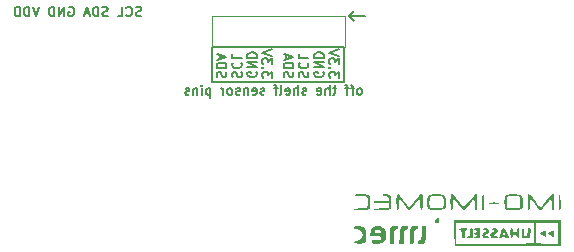
<source format=gbr>
%TF.GenerationSoftware,KiCad,Pcbnew,8.0.1*%
%TF.CreationDate,2024-03-29T13:37:13+01:00*%
%TF.ProjectId,EHealth_PCB,45486561-6c74-4685-9f50-43422e6b6963,rev?*%
%TF.SameCoordinates,Original*%
%TF.FileFunction,Legend,Bot*%
%TF.FilePolarity,Positive*%
%FSLAX46Y46*%
G04 Gerber Fmt 4.6, Leading zero omitted, Abs format (unit mm)*
G04 Created by KiCad (PCBNEW 8.0.1) date 2024-03-29 13:37:13*
%MOMM*%
%LPD*%
G01*
G04 APERTURE LIST*
%ADD10C,0.150000*%
%ADD11C,0.160000*%
%ADD12C,0.120000*%
%ADD13C,0.000000*%
G04 APERTURE END LIST*
D10*
X197841577Y-60078166D02*
X209000000Y-60078166D01*
X209000000Y-63000000D01*
X197841577Y-63000000D01*
X197841577Y-60078166D01*
X209800000Y-57000000D02*
X209400000Y-57400000D01*
X209400000Y-57400000D02*
X210800000Y-57400000D01*
X209400000Y-57400000D02*
X209800000Y-57800000D01*
D11*
X202884788Y-62651776D02*
X202884788Y-62156538D01*
X202884788Y-62156538D02*
X202580026Y-62423204D01*
X202580026Y-62423204D02*
X202580026Y-62308919D01*
X202580026Y-62308919D02*
X202541931Y-62232728D01*
X202541931Y-62232728D02*
X202503836Y-62194633D01*
X202503836Y-62194633D02*
X202427645Y-62156538D01*
X202427645Y-62156538D02*
X202237169Y-62156538D01*
X202237169Y-62156538D02*
X202160979Y-62194633D01*
X202160979Y-62194633D02*
X202122884Y-62232728D01*
X202122884Y-62232728D02*
X202084788Y-62308919D01*
X202084788Y-62308919D02*
X202084788Y-62537490D01*
X202084788Y-62537490D02*
X202122884Y-62613681D01*
X202122884Y-62613681D02*
X202160979Y-62651776D01*
X202160979Y-61813680D02*
X202122884Y-61775585D01*
X202122884Y-61775585D02*
X202084788Y-61813680D01*
X202084788Y-61813680D02*
X202122884Y-61851776D01*
X202122884Y-61851776D02*
X202160979Y-61813680D01*
X202160979Y-61813680D02*
X202084788Y-61813680D01*
X202884788Y-61508919D02*
X202884788Y-61013681D01*
X202884788Y-61013681D02*
X202580026Y-61280347D01*
X202580026Y-61280347D02*
X202580026Y-61166062D01*
X202580026Y-61166062D02*
X202541931Y-61089871D01*
X202541931Y-61089871D02*
X202503836Y-61051776D01*
X202503836Y-61051776D02*
X202427645Y-61013681D01*
X202427645Y-61013681D02*
X202237169Y-61013681D01*
X202237169Y-61013681D02*
X202160979Y-61051776D01*
X202160979Y-61051776D02*
X202122884Y-61089871D01*
X202122884Y-61089871D02*
X202084788Y-61166062D01*
X202084788Y-61166062D02*
X202084788Y-61394633D01*
X202084788Y-61394633D02*
X202122884Y-61470824D01*
X202122884Y-61470824D02*
X202160979Y-61508919D01*
X202884788Y-60785109D02*
X202084788Y-60518442D01*
X202084788Y-60518442D02*
X202884788Y-60251776D01*
X201558738Y-62156538D02*
X201596833Y-62232728D01*
X201596833Y-62232728D02*
X201596833Y-62347014D01*
X201596833Y-62347014D02*
X201558738Y-62461300D01*
X201558738Y-62461300D02*
X201482548Y-62537490D01*
X201482548Y-62537490D02*
X201406357Y-62575585D01*
X201406357Y-62575585D02*
X201253976Y-62613681D01*
X201253976Y-62613681D02*
X201139690Y-62613681D01*
X201139690Y-62613681D02*
X200987309Y-62575585D01*
X200987309Y-62575585D02*
X200911119Y-62537490D01*
X200911119Y-62537490D02*
X200834929Y-62461300D01*
X200834929Y-62461300D02*
X200796833Y-62347014D01*
X200796833Y-62347014D02*
X200796833Y-62270823D01*
X200796833Y-62270823D02*
X200834929Y-62156538D01*
X200834929Y-62156538D02*
X200873024Y-62118442D01*
X200873024Y-62118442D02*
X201139690Y-62118442D01*
X201139690Y-62118442D02*
X201139690Y-62270823D01*
X200796833Y-61775585D02*
X201596833Y-61775585D01*
X201596833Y-61775585D02*
X200796833Y-61318442D01*
X200796833Y-61318442D02*
X201596833Y-61318442D01*
X200796833Y-60937490D02*
X201596833Y-60937490D01*
X201596833Y-60937490D02*
X201596833Y-60747014D01*
X201596833Y-60747014D02*
X201558738Y-60632728D01*
X201558738Y-60632728D02*
X201482548Y-60556538D01*
X201482548Y-60556538D02*
X201406357Y-60518443D01*
X201406357Y-60518443D02*
X201253976Y-60480347D01*
X201253976Y-60480347D02*
X201139690Y-60480347D01*
X201139690Y-60480347D02*
X200987309Y-60518443D01*
X200987309Y-60518443D02*
X200911119Y-60556538D01*
X200911119Y-60556538D02*
X200834929Y-60632728D01*
X200834929Y-60632728D02*
X200796833Y-60747014D01*
X200796833Y-60747014D02*
X200796833Y-60937490D01*
X199546974Y-62613681D02*
X199508878Y-62499395D01*
X199508878Y-62499395D02*
X199508878Y-62308919D01*
X199508878Y-62308919D02*
X199546974Y-62232728D01*
X199546974Y-62232728D02*
X199585069Y-62194633D01*
X199585069Y-62194633D02*
X199661259Y-62156538D01*
X199661259Y-62156538D02*
X199737450Y-62156538D01*
X199737450Y-62156538D02*
X199813640Y-62194633D01*
X199813640Y-62194633D02*
X199851735Y-62232728D01*
X199851735Y-62232728D02*
X199889831Y-62308919D01*
X199889831Y-62308919D02*
X199927926Y-62461300D01*
X199927926Y-62461300D02*
X199966021Y-62537490D01*
X199966021Y-62537490D02*
X200004116Y-62575585D01*
X200004116Y-62575585D02*
X200080307Y-62613681D01*
X200080307Y-62613681D02*
X200156497Y-62613681D01*
X200156497Y-62613681D02*
X200232688Y-62575585D01*
X200232688Y-62575585D02*
X200270783Y-62537490D01*
X200270783Y-62537490D02*
X200308878Y-62461300D01*
X200308878Y-62461300D02*
X200308878Y-62270823D01*
X200308878Y-62270823D02*
X200270783Y-62156538D01*
X199585069Y-61356537D02*
X199546974Y-61394633D01*
X199546974Y-61394633D02*
X199508878Y-61508918D01*
X199508878Y-61508918D02*
X199508878Y-61585109D01*
X199508878Y-61585109D02*
X199546974Y-61699395D01*
X199546974Y-61699395D02*
X199623164Y-61775585D01*
X199623164Y-61775585D02*
X199699354Y-61813680D01*
X199699354Y-61813680D02*
X199851735Y-61851776D01*
X199851735Y-61851776D02*
X199966021Y-61851776D01*
X199966021Y-61851776D02*
X200118402Y-61813680D01*
X200118402Y-61813680D02*
X200194593Y-61775585D01*
X200194593Y-61775585D02*
X200270783Y-61699395D01*
X200270783Y-61699395D02*
X200308878Y-61585109D01*
X200308878Y-61585109D02*
X200308878Y-61508918D01*
X200308878Y-61508918D02*
X200270783Y-61394633D01*
X200270783Y-61394633D02*
X200232688Y-61356537D01*
X199508878Y-60632728D02*
X199508878Y-61013680D01*
X199508878Y-61013680D02*
X200308878Y-61013680D01*
X198259019Y-62613681D02*
X198220923Y-62499395D01*
X198220923Y-62499395D02*
X198220923Y-62308919D01*
X198220923Y-62308919D02*
X198259019Y-62232728D01*
X198259019Y-62232728D02*
X198297114Y-62194633D01*
X198297114Y-62194633D02*
X198373304Y-62156538D01*
X198373304Y-62156538D02*
X198449495Y-62156538D01*
X198449495Y-62156538D02*
X198525685Y-62194633D01*
X198525685Y-62194633D02*
X198563780Y-62232728D01*
X198563780Y-62232728D02*
X198601876Y-62308919D01*
X198601876Y-62308919D02*
X198639971Y-62461300D01*
X198639971Y-62461300D02*
X198678066Y-62537490D01*
X198678066Y-62537490D02*
X198716161Y-62575585D01*
X198716161Y-62575585D02*
X198792352Y-62613681D01*
X198792352Y-62613681D02*
X198868542Y-62613681D01*
X198868542Y-62613681D02*
X198944733Y-62575585D01*
X198944733Y-62575585D02*
X198982828Y-62537490D01*
X198982828Y-62537490D02*
X199020923Y-62461300D01*
X199020923Y-62461300D02*
X199020923Y-62270823D01*
X199020923Y-62270823D02*
X198982828Y-62156538D01*
X198220923Y-61813680D02*
X199020923Y-61813680D01*
X199020923Y-61813680D02*
X199020923Y-61623204D01*
X199020923Y-61623204D02*
X198982828Y-61508918D01*
X198982828Y-61508918D02*
X198906638Y-61432728D01*
X198906638Y-61432728D02*
X198830447Y-61394633D01*
X198830447Y-61394633D02*
X198678066Y-61356537D01*
X198678066Y-61356537D02*
X198563780Y-61356537D01*
X198563780Y-61356537D02*
X198411399Y-61394633D01*
X198411399Y-61394633D02*
X198335209Y-61432728D01*
X198335209Y-61432728D02*
X198259019Y-61508918D01*
X198259019Y-61508918D02*
X198220923Y-61623204D01*
X198220923Y-61623204D02*
X198220923Y-61813680D01*
X198449495Y-61051776D02*
X198449495Y-60670823D01*
X198220923Y-61127966D02*
X199020923Y-60861299D01*
X199020923Y-60861299D02*
X198220923Y-60594633D01*
X208547505Y-62651776D02*
X208547505Y-62156538D01*
X208547505Y-62156538D02*
X208242743Y-62423204D01*
X208242743Y-62423204D02*
X208242743Y-62308919D01*
X208242743Y-62308919D02*
X208204648Y-62232728D01*
X208204648Y-62232728D02*
X208166553Y-62194633D01*
X208166553Y-62194633D02*
X208090362Y-62156538D01*
X208090362Y-62156538D02*
X207899886Y-62156538D01*
X207899886Y-62156538D02*
X207823696Y-62194633D01*
X207823696Y-62194633D02*
X207785601Y-62232728D01*
X207785601Y-62232728D02*
X207747505Y-62308919D01*
X207747505Y-62308919D02*
X207747505Y-62537490D01*
X207747505Y-62537490D02*
X207785601Y-62613681D01*
X207785601Y-62613681D02*
X207823696Y-62651776D01*
X207823696Y-61813680D02*
X207785601Y-61775585D01*
X207785601Y-61775585D02*
X207747505Y-61813680D01*
X207747505Y-61813680D02*
X207785601Y-61851776D01*
X207785601Y-61851776D02*
X207823696Y-61813680D01*
X207823696Y-61813680D02*
X207747505Y-61813680D01*
X208547505Y-61508919D02*
X208547505Y-61013681D01*
X208547505Y-61013681D02*
X208242743Y-61280347D01*
X208242743Y-61280347D02*
X208242743Y-61166062D01*
X208242743Y-61166062D02*
X208204648Y-61089871D01*
X208204648Y-61089871D02*
X208166553Y-61051776D01*
X208166553Y-61051776D02*
X208090362Y-61013681D01*
X208090362Y-61013681D02*
X207899886Y-61013681D01*
X207899886Y-61013681D02*
X207823696Y-61051776D01*
X207823696Y-61051776D02*
X207785601Y-61089871D01*
X207785601Y-61089871D02*
X207747505Y-61166062D01*
X207747505Y-61166062D02*
X207747505Y-61394633D01*
X207747505Y-61394633D02*
X207785601Y-61470824D01*
X207785601Y-61470824D02*
X207823696Y-61508919D01*
X208547505Y-60785109D02*
X207747505Y-60518442D01*
X207747505Y-60518442D02*
X208547505Y-60251776D01*
X207221455Y-62156538D02*
X207259550Y-62232728D01*
X207259550Y-62232728D02*
X207259550Y-62347014D01*
X207259550Y-62347014D02*
X207221455Y-62461300D01*
X207221455Y-62461300D02*
X207145265Y-62537490D01*
X207145265Y-62537490D02*
X207069074Y-62575585D01*
X207069074Y-62575585D02*
X206916693Y-62613681D01*
X206916693Y-62613681D02*
X206802407Y-62613681D01*
X206802407Y-62613681D02*
X206650026Y-62575585D01*
X206650026Y-62575585D02*
X206573836Y-62537490D01*
X206573836Y-62537490D02*
X206497646Y-62461300D01*
X206497646Y-62461300D02*
X206459550Y-62347014D01*
X206459550Y-62347014D02*
X206459550Y-62270823D01*
X206459550Y-62270823D02*
X206497646Y-62156538D01*
X206497646Y-62156538D02*
X206535741Y-62118442D01*
X206535741Y-62118442D02*
X206802407Y-62118442D01*
X206802407Y-62118442D02*
X206802407Y-62270823D01*
X206459550Y-61775585D02*
X207259550Y-61775585D01*
X207259550Y-61775585D02*
X206459550Y-61318442D01*
X206459550Y-61318442D02*
X207259550Y-61318442D01*
X206459550Y-60937490D02*
X207259550Y-60937490D01*
X207259550Y-60937490D02*
X207259550Y-60747014D01*
X207259550Y-60747014D02*
X207221455Y-60632728D01*
X207221455Y-60632728D02*
X207145265Y-60556538D01*
X207145265Y-60556538D02*
X207069074Y-60518443D01*
X207069074Y-60518443D02*
X206916693Y-60480347D01*
X206916693Y-60480347D02*
X206802407Y-60480347D01*
X206802407Y-60480347D02*
X206650026Y-60518443D01*
X206650026Y-60518443D02*
X206573836Y-60556538D01*
X206573836Y-60556538D02*
X206497646Y-60632728D01*
X206497646Y-60632728D02*
X206459550Y-60747014D01*
X206459550Y-60747014D02*
X206459550Y-60937490D01*
X205209691Y-62613681D02*
X205171595Y-62499395D01*
X205171595Y-62499395D02*
X205171595Y-62308919D01*
X205171595Y-62308919D02*
X205209691Y-62232728D01*
X205209691Y-62232728D02*
X205247786Y-62194633D01*
X205247786Y-62194633D02*
X205323976Y-62156538D01*
X205323976Y-62156538D02*
X205400167Y-62156538D01*
X205400167Y-62156538D02*
X205476357Y-62194633D01*
X205476357Y-62194633D02*
X205514452Y-62232728D01*
X205514452Y-62232728D02*
X205552548Y-62308919D01*
X205552548Y-62308919D02*
X205590643Y-62461300D01*
X205590643Y-62461300D02*
X205628738Y-62537490D01*
X205628738Y-62537490D02*
X205666833Y-62575585D01*
X205666833Y-62575585D02*
X205743024Y-62613681D01*
X205743024Y-62613681D02*
X205819214Y-62613681D01*
X205819214Y-62613681D02*
X205895405Y-62575585D01*
X205895405Y-62575585D02*
X205933500Y-62537490D01*
X205933500Y-62537490D02*
X205971595Y-62461300D01*
X205971595Y-62461300D02*
X205971595Y-62270823D01*
X205971595Y-62270823D02*
X205933500Y-62156538D01*
X205247786Y-61356537D02*
X205209691Y-61394633D01*
X205209691Y-61394633D02*
X205171595Y-61508918D01*
X205171595Y-61508918D02*
X205171595Y-61585109D01*
X205171595Y-61585109D02*
X205209691Y-61699395D01*
X205209691Y-61699395D02*
X205285881Y-61775585D01*
X205285881Y-61775585D02*
X205362071Y-61813680D01*
X205362071Y-61813680D02*
X205514452Y-61851776D01*
X205514452Y-61851776D02*
X205628738Y-61851776D01*
X205628738Y-61851776D02*
X205781119Y-61813680D01*
X205781119Y-61813680D02*
X205857310Y-61775585D01*
X205857310Y-61775585D02*
X205933500Y-61699395D01*
X205933500Y-61699395D02*
X205971595Y-61585109D01*
X205971595Y-61585109D02*
X205971595Y-61508918D01*
X205971595Y-61508918D02*
X205933500Y-61394633D01*
X205933500Y-61394633D02*
X205895405Y-61356537D01*
X205171595Y-60632728D02*
X205171595Y-61013680D01*
X205171595Y-61013680D02*
X205971595Y-61013680D01*
X203921736Y-62613681D02*
X203883640Y-62499395D01*
X203883640Y-62499395D02*
X203883640Y-62308919D01*
X203883640Y-62308919D02*
X203921736Y-62232728D01*
X203921736Y-62232728D02*
X203959831Y-62194633D01*
X203959831Y-62194633D02*
X204036021Y-62156538D01*
X204036021Y-62156538D02*
X204112212Y-62156538D01*
X204112212Y-62156538D02*
X204188402Y-62194633D01*
X204188402Y-62194633D02*
X204226497Y-62232728D01*
X204226497Y-62232728D02*
X204264593Y-62308919D01*
X204264593Y-62308919D02*
X204302688Y-62461300D01*
X204302688Y-62461300D02*
X204340783Y-62537490D01*
X204340783Y-62537490D02*
X204378878Y-62575585D01*
X204378878Y-62575585D02*
X204455069Y-62613681D01*
X204455069Y-62613681D02*
X204531259Y-62613681D01*
X204531259Y-62613681D02*
X204607450Y-62575585D01*
X204607450Y-62575585D02*
X204645545Y-62537490D01*
X204645545Y-62537490D02*
X204683640Y-62461300D01*
X204683640Y-62461300D02*
X204683640Y-62270823D01*
X204683640Y-62270823D02*
X204645545Y-62156538D01*
X203883640Y-61813680D02*
X204683640Y-61813680D01*
X204683640Y-61813680D02*
X204683640Y-61623204D01*
X204683640Y-61623204D02*
X204645545Y-61508918D01*
X204645545Y-61508918D02*
X204569355Y-61432728D01*
X204569355Y-61432728D02*
X204493164Y-61394633D01*
X204493164Y-61394633D02*
X204340783Y-61356537D01*
X204340783Y-61356537D02*
X204226497Y-61356537D01*
X204226497Y-61356537D02*
X204074116Y-61394633D01*
X204074116Y-61394633D02*
X203997926Y-61432728D01*
X203997926Y-61432728D02*
X203921736Y-61508918D01*
X203921736Y-61508918D02*
X203883640Y-61623204D01*
X203883640Y-61623204D02*
X203883640Y-61813680D01*
X204112212Y-61051776D02*
X204112212Y-60670823D01*
X203883640Y-61127966D02*
X204683640Y-60861299D01*
X204683640Y-60861299D02*
X203883640Y-60594633D01*
D10*
X191798459Y-57393700D02*
X191684173Y-57431795D01*
X191684173Y-57431795D02*
X191493697Y-57431795D01*
X191493697Y-57431795D02*
X191417506Y-57393700D01*
X191417506Y-57393700D02*
X191379411Y-57355604D01*
X191379411Y-57355604D02*
X191341316Y-57279414D01*
X191341316Y-57279414D02*
X191341316Y-57203223D01*
X191341316Y-57203223D02*
X191379411Y-57127033D01*
X191379411Y-57127033D02*
X191417506Y-57088938D01*
X191417506Y-57088938D02*
X191493697Y-57050842D01*
X191493697Y-57050842D02*
X191646078Y-57012747D01*
X191646078Y-57012747D02*
X191722268Y-56974652D01*
X191722268Y-56974652D02*
X191760363Y-56936557D01*
X191760363Y-56936557D02*
X191798459Y-56860366D01*
X191798459Y-56860366D02*
X191798459Y-56784176D01*
X191798459Y-56784176D02*
X191760363Y-56707985D01*
X191760363Y-56707985D02*
X191722268Y-56669890D01*
X191722268Y-56669890D02*
X191646078Y-56631795D01*
X191646078Y-56631795D02*
X191455601Y-56631795D01*
X191455601Y-56631795D02*
X191341316Y-56669890D01*
X190541315Y-57355604D02*
X190579411Y-57393700D01*
X190579411Y-57393700D02*
X190693696Y-57431795D01*
X190693696Y-57431795D02*
X190769887Y-57431795D01*
X190769887Y-57431795D02*
X190884173Y-57393700D01*
X190884173Y-57393700D02*
X190960363Y-57317509D01*
X190960363Y-57317509D02*
X190998458Y-57241319D01*
X190998458Y-57241319D02*
X191036554Y-57088938D01*
X191036554Y-57088938D02*
X191036554Y-56974652D01*
X191036554Y-56974652D02*
X190998458Y-56822271D01*
X190998458Y-56822271D02*
X190960363Y-56746080D01*
X190960363Y-56746080D02*
X190884173Y-56669890D01*
X190884173Y-56669890D02*
X190769887Y-56631795D01*
X190769887Y-56631795D02*
X190693696Y-56631795D01*
X190693696Y-56631795D02*
X190579411Y-56669890D01*
X190579411Y-56669890D02*
X190541315Y-56707985D01*
X189817506Y-57431795D02*
X190198458Y-57431795D01*
X190198458Y-57431795D02*
X190198458Y-56631795D01*
X188979411Y-57393700D02*
X188865125Y-57431795D01*
X188865125Y-57431795D02*
X188674649Y-57431795D01*
X188674649Y-57431795D02*
X188598458Y-57393700D01*
X188598458Y-57393700D02*
X188560363Y-57355604D01*
X188560363Y-57355604D02*
X188522268Y-57279414D01*
X188522268Y-57279414D02*
X188522268Y-57203223D01*
X188522268Y-57203223D02*
X188560363Y-57127033D01*
X188560363Y-57127033D02*
X188598458Y-57088938D01*
X188598458Y-57088938D02*
X188674649Y-57050842D01*
X188674649Y-57050842D02*
X188827030Y-57012747D01*
X188827030Y-57012747D02*
X188903220Y-56974652D01*
X188903220Y-56974652D02*
X188941315Y-56936557D01*
X188941315Y-56936557D02*
X188979411Y-56860366D01*
X188979411Y-56860366D02*
X188979411Y-56784176D01*
X188979411Y-56784176D02*
X188941315Y-56707985D01*
X188941315Y-56707985D02*
X188903220Y-56669890D01*
X188903220Y-56669890D02*
X188827030Y-56631795D01*
X188827030Y-56631795D02*
X188636553Y-56631795D01*
X188636553Y-56631795D02*
X188522268Y-56669890D01*
X188179410Y-57431795D02*
X188179410Y-56631795D01*
X188179410Y-56631795D02*
X187988934Y-56631795D01*
X187988934Y-56631795D02*
X187874648Y-56669890D01*
X187874648Y-56669890D02*
X187798458Y-56746080D01*
X187798458Y-56746080D02*
X187760363Y-56822271D01*
X187760363Y-56822271D02*
X187722267Y-56974652D01*
X187722267Y-56974652D02*
X187722267Y-57088938D01*
X187722267Y-57088938D02*
X187760363Y-57241319D01*
X187760363Y-57241319D02*
X187798458Y-57317509D01*
X187798458Y-57317509D02*
X187874648Y-57393700D01*
X187874648Y-57393700D02*
X187988934Y-57431795D01*
X187988934Y-57431795D02*
X188179410Y-57431795D01*
X187417506Y-57203223D02*
X187036553Y-57203223D01*
X187493696Y-57431795D02*
X187227029Y-56631795D01*
X187227029Y-56631795D02*
X186960363Y-57431795D01*
X185665125Y-56669890D02*
X185741315Y-56631795D01*
X185741315Y-56631795D02*
X185855601Y-56631795D01*
X185855601Y-56631795D02*
X185969887Y-56669890D01*
X185969887Y-56669890D02*
X186046077Y-56746080D01*
X186046077Y-56746080D02*
X186084172Y-56822271D01*
X186084172Y-56822271D02*
X186122268Y-56974652D01*
X186122268Y-56974652D02*
X186122268Y-57088938D01*
X186122268Y-57088938D02*
X186084172Y-57241319D01*
X186084172Y-57241319D02*
X186046077Y-57317509D01*
X186046077Y-57317509D02*
X185969887Y-57393700D01*
X185969887Y-57393700D02*
X185855601Y-57431795D01*
X185855601Y-57431795D02*
X185779410Y-57431795D01*
X185779410Y-57431795D02*
X185665125Y-57393700D01*
X185665125Y-57393700D02*
X185627029Y-57355604D01*
X185627029Y-57355604D02*
X185627029Y-57088938D01*
X185627029Y-57088938D02*
X185779410Y-57088938D01*
X185284172Y-57431795D02*
X185284172Y-56631795D01*
X185284172Y-56631795D02*
X184827029Y-57431795D01*
X184827029Y-57431795D02*
X184827029Y-56631795D01*
X184446077Y-57431795D02*
X184446077Y-56631795D01*
X184446077Y-56631795D02*
X184255601Y-56631795D01*
X184255601Y-56631795D02*
X184141315Y-56669890D01*
X184141315Y-56669890D02*
X184065125Y-56746080D01*
X184065125Y-56746080D02*
X184027030Y-56822271D01*
X184027030Y-56822271D02*
X183988934Y-56974652D01*
X183988934Y-56974652D02*
X183988934Y-57088938D01*
X183988934Y-57088938D02*
X184027030Y-57241319D01*
X184027030Y-57241319D02*
X184065125Y-57317509D01*
X184065125Y-57317509D02*
X184141315Y-57393700D01*
X184141315Y-57393700D02*
X184255601Y-57431795D01*
X184255601Y-57431795D02*
X184446077Y-57431795D01*
X183150839Y-56631795D02*
X182884172Y-57431795D01*
X182884172Y-57431795D02*
X182617506Y-56631795D01*
X182350839Y-57431795D02*
X182350839Y-56631795D01*
X182350839Y-56631795D02*
X182160363Y-56631795D01*
X182160363Y-56631795D02*
X182046077Y-56669890D01*
X182046077Y-56669890D02*
X181969887Y-56746080D01*
X181969887Y-56746080D02*
X181931792Y-56822271D01*
X181931792Y-56822271D02*
X181893696Y-56974652D01*
X181893696Y-56974652D02*
X181893696Y-57088938D01*
X181893696Y-57088938D02*
X181931792Y-57241319D01*
X181931792Y-57241319D02*
X181969887Y-57317509D01*
X181969887Y-57317509D02*
X182046077Y-57393700D01*
X182046077Y-57393700D02*
X182160363Y-57431795D01*
X182160363Y-57431795D02*
X182350839Y-57431795D01*
X181550839Y-57431795D02*
X181550839Y-56631795D01*
X181550839Y-56631795D02*
X181360363Y-56631795D01*
X181360363Y-56631795D02*
X181246077Y-56669890D01*
X181246077Y-56669890D02*
X181169887Y-56746080D01*
X181169887Y-56746080D02*
X181131792Y-56822271D01*
X181131792Y-56822271D02*
X181093696Y-56974652D01*
X181093696Y-56974652D02*
X181093696Y-57088938D01*
X181093696Y-57088938D02*
X181131792Y-57241319D01*
X181131792Y-57241319D02*
X181169887Y-57317509D01*
X181169887Y-57317509D02*
X181246077Y-57393700D01*
X181246077Y-57393700D02*
X181360363Y-57431795D01*
X181360363Y-57431795D02*
X181550839Y-57431795D01*
X210348412Y-64069318D02*
X210424602Y-64031223D01*
X210424602Y-64031223D02*
X210462697Y-63993127D01*
X210462697Y-63993127D02*
X210500793Y-63916937D01*
X210500793Y-63916937D02*
X210500793Y-63688365D01*
X210500793Y-63688365D02*
X210462697Y-63612175D01*
X210462697Y-63612175D02*
X210424602Y-63574080D01*
X210424602Y-63574080D02*
X210348412Y-63535984D01*
X210348412Y-63535984D02*
X210234126Y-63535984D01*
X210234126Y-63535984D02*
X210157935Y-63574080D01*
X210157935Y-63574080D02*
X210119840Y-63612175D01*
X210119840Y-63612175D02*
X210081745Y-63688365D01*
X210081745Y-63688365D02*
X210081745Y-63916937D01*
X210081745Y-63916937D02*
X210119840Y-63993127D01*
X210119840Y-63993127D02*
X210157935Y-64031223D01*
X210157935Y-64031223D02*
X210234126Y-64069318D01*
X210234126Y-64069318D02*
X210348412Y-64069318D01*
X209853173Y-63535984D02*
X209548411Y-63535984D01*
X209738887Y-64069318D02*
X209738887Y-63383603D01*
X209738887Y-63383603D02*
X209700792Y-63307413D01*
X209700792Y-63307413D02*
X209624602Y-63269318D01*
X209624602Y-63269318D02*
X209548411Y-63269318D01*
X209396030Y-63535984D02*
X209091268Y-63535984D01*
X209281744Y-64069318D02*
X209281744Y-63383603D01*
X209281744Y-63383603D02*
X209243649Y-63307413D01*
X209243649Y-63307413D02*
X209167459Y-63269318D01*
X209167459Y-63269318D02*
X209091268Y-63269318D01*
X208329363Y-63535984D02*
X208024601Y-63535984D01*
X208215077Y-63269318D02*
X208215077Y-63955032D01*
X208215077Y-63955032D02*
X208176982Y-64031223D01*
X208176982Y-64031223D02*
X208100792Y-64069318D01*
X208100792Y-64069318D02*
X208024601Y-64069318D01*
X207757934Y-64069318D02*
X207757934Y-63269318D01*
X207415077Y-64069318D02*
X207415077Y-63650270D01*
X207415077Y-63650270D02*
X207453172Y-63574080D01*
X207453172Y-63574080D02*
X207529363Y-63535984D01*
X207529363Y-63535984D02*
X207643649Y-63535984D01*
X207643649Y-63535984D02*
X207719839Y-63574080D01*
X207719839Y-63574080D02*
X207757934Y-63612175D01*
X206729362Y-64031223D02*
X206805553Y-64069318D01*
X206805553Y-64069318D02*
X206957934Y-64069318D01*
X206957934Y-64069318D02*
X207034124Y-64031223D01*
X207034124Y-64031223D02*
X207072220Y-63955032D01*
X207072220Y-63955032D02*
X207072220Y-63650270D01*
X207072220Y-63650270D02*
X207034124Y-63574080D01*
X207034124Y-63574080D02*
X206957934Y-63535984D01*
X206957934Y-63535984D02*
X206805553Y-63535984D01*
X206805553Y-63535984D02*
X206729362Y-63574080D01*
X206729362Y-63574080D02*
X206691267Y-63650270D01*
X206691267Y-63650270D02*
X206691267Y-63726461D01*
X206691267Y-63726461D02*
X207072220Y-63802651D01*
X205776982Y-64031223D02*
X205700791Y-64069318D01*
X205700791Y-64069318D02*
X205548410Y-64069318D01*
X205548410Y-64069318D02*
X205472220Y-64031223D01*
X205472220Y-64031223D02*
X205434124Y-63955032D01*
X205434124Y-63955032D02*
X205434124Y-63916937D01*
X205434124Y-63916937D02*
X205472220Y-63840746D01*
X205472220Y-63840746D02*
X205548410Y-63802651D01*
X205548410Y-63802651D02*
X205662696Y-63802651D01*
X205662696Y-63802651D02*
X205738886Y-63764556D01*
X205738886Y-63764556D02*
X205776982Y-63688365D01*
X205776982Y-63688365D02*
X205776982Y-63650270D01*
X205776982Y-63650270D02*
X205738886Y-63574080D01*
X205738886Y-63574080D02*
X205662696Y-63535984D01*
X205662696Y-63535984D02*
X205548410Y-63535984D01*
X205548410Y-63535984D02*
X205472220Y-63574080D01*
X205091267Y-64069318D02*
X205091267Y-63269318D01*
X204748410Y-64069318D02*
X204748410Y-63650270D01*
X204748410Y-63650270D02*
X204786505Y-63574080D01*
X204786505Y-63574080D02*
X204862696Y-63535984D01*
X204862696Y-63535984D02*
X204976982Y-63535984D01*
X204976982Y-63535984D02*
X205053172Y-63574080D01*
X205053172Y-63574080D02*
X205091267Y-63612175D01*
X204062695Y-64031223D02*
X204138886Y-64069318D01*
X204138886Y-64069318D02*
X204291267Y-64069318D01*
X204291267Y-64069318D02*
X204367457Y-64031223D01*
X204367457Y-64031223D02*
X204405553Y-63955032D01*
X204405553Y-63955032D02*
X204405553Y-63650270D01*
X204405553Y-63650270D02*
X204367457Y-63574080D01*
X204367457Y-63574080D02*
X204291267Y-63535984D01*
X204291267Y-63535984D02*
X204138886Y-63535984D01*
X204138886Y-63535984D02*
X204062695Y-63574080D01*
X204062695Y-63574080D02*
X204024600Y-63650270D01*
X204024600Y-63650270D02*
X204024600Y-63726461D01*
X204024600Y-63726461D02*
X204405553Y-63802651D01*
X203567458Y-64069318D02*
X203643648Y-64031223D01*
X203643648Y-64031223D02*
X203681743Y-63955032D01*
X203681743Y-63955032D02*
X203681743Y-63269318D01*
X203376981Y-63535984D02*
X203072219Y-63535984D01*
X203262695Y-64069318D02*
X203262695Y-63383603D01*
X203262695Y-63383603D02*
X203224600Y-63307413D01*
X203224600Y-63307413D02*
X203148410Y-63269318D01*
X203148410Y-63269318D02*
X203072219Y-63269318D01*
X202234124Y-64031223D02*
X202157933Y-64069318D01*
X202157933Y-64069318D02*
X202005552Y-64069318D01*
X202005552Y-64069318D02*
X201929362Y-64031223D01*
X201929362Y-64031223D02*
X201891266Y-63955032D01*
X201891266Y-63955032D02*
X201891266Y-63916937D01*
X201891266Y-63916937D02*
X201929362Y-63840746D01*
X201929362Y-63840746D02*
X202005552Y-63802651D01*
X202005552Y-63802651D02*
X202119838Y-63802651D01*
X202119838Y-63802651D02*
X202196028Y-63764556D01*
X202196028Y-63764556D02*
X202234124Y-63688365D01*
X202234124Y-63688365D02*
X202234124Y-63650270D01*
X202234124Y-63650270D02*
X202196028Y-63574080D01*
X202196028Y-63574080D02*
X202119838Y-63535984D01*
X202119838Y-63535984D02*
X202005552Y-63535984D01*
X202005552Y-63535984D02*
X201929362Y-63574080D01*
X201243647Y-64031223D02*
X201319838Y-64069318D01*
X201319838Y-64069318D02*
X201472219Y-64069318D01*
X201472219Y-64069318D02*
X201548409Y-64031223D01*
X201548409Y-64031223D02*
X201586505Y-63955032D01*
X201586505Y-63955032D02*
X201586505Y-63650270D01*
X201586505Y-63650270D02*
X201548409Y-63574080D01*
X201548409Y-63574080D02*
X201472219Y-63535984D01*
X201472219Y-63535984D02*
X201319838Y-63535984D01*
X201319838Y-63535984D02*
X201243647Y-63574080D01*
X201243647Y-63574080D02*
X201205552Y-63650270D01*
X201205552Y-63650270D02*
X201205552Y-63726461D01*
X201205552Y-63726461D02*
X201586505Y-63802651D01*
X200862695Y-63535984D02*
X200862695Y-64069318D01*
X200862695Y-63612175D02*
X200824600Y-63574080D01*
X200824600Y-63574080D02*
X200748410Y-63535984D01*
X200748410Y-63535984D02*
X200634124Y-63535984D01*
X200634124Y-63535984D02*
X200557933Y-63574080D01*
X200557933Y-63574080D02*
X200519838Y-63650270D01*
X200519838Y-63650270D02*
X200519838Y-64069318D01*
X200176981Y-64031223D02*
X200100790Y-64069318D01*
X200100790Y-64069318D02*
X199948409Y-64069318D01*
X199948409Y-64069318D02*
X199872219Y-64031223D01*
X199872219Y-64031223D02*
X199834123Y-63955032D01*
X199834123Y-63955032D02*
X199834123Y-63916937D01*
X199834123Y-63916937D02*
X199872219Y-63840746D01*
X199872219Y-63840746D02*
X199948409Y-63802651D01*
X199948409Y-63802651D02*
X200062695Y-63802651D01*
X200062695Y-63802651D02*
X200138885Y-63764556D01*
X200138885Y-63764556D02*
X200176981Y-63688365D01*
X200176981Y-63688365D02*
X200176981Y-63650270D01*
X200176981Y-63650270D02*
X200138885Y-63574080D01*
X200138885Y-63574080D02*
X200062695Y-63535984D01*
X200062695Y-63535984D02*
X199948409Y-63535984D01*
X199948409Y-63535984D02*
X199872219Y-63574080D01*
X199376981Y-64069318D02*
X199453171Y-64031223D01*
X199453171Y-64031223D02*
X199491266Y-63993127D01*
X199491266Y-63993127D02*
X199529362Y-63916937D01*
X199529362Y-63916937D02*
X199529362Y-63688365D01*
X199529362Y-63688365D02*
X199491266Y-63612175D01*
X199491266Y-63612175D02*
X199453171Y-63574080D01*
X199453171Y-63574080D02*
X199376981Y-63535984D01*
X199376981Y-63535984D02*
X199262695Y-63535984D01*
X199262695Y-63535984D02*
X199186504Y-63574080D01*
X199186504Y-63574080D02*
X199148409Y-63612175D01*
X199148409Y-63612175D02*
X199110314Y-63688365D01*
X199110314Y-63688365D02*
X199110314Y-63916937D01*
X199110314Y-63916937D02*
X199148409Y-63993127D01*
X199148409Y-63993127D02*
X199186504Y-64031223D01*
X199186504Y-64031223D02*
X199262695Y-64069318D01*
X199262695Y-64069318D02*
X199376981Y-64069318D01*
X198767456Y-64069318D02*
X198767456Y-63535984D01*
X198767456Y-63688365D02*
X198729361Y-63612175D01*
X198729361Y-63612175D02*
X198691266Y-63574080D01*
X198691266Y-63574080D02*
X198615075Y-63535984D01*
X198615075Y-63535984D02*
X198538885Y-63535984D01*
X197662694Y-63535984D02*
X197662694Y-64335984D01*
X197662694Y-63574080D02*
X197586504Y-63535984D01*
X197586504Y-63535984D02*
X197434123Y-63535984D01*
X197434123Y-63535984D02*
X197357932Y-63574080D01*
X197357932Y-63574080D02*
X197319837Y-63612175D01*
X197319837Y-63612175D02*
X197281742Y-63688365D01*
X197281742Y-63688365D02*
X197281742Y-63916937D01*
X197281742Y-63916937D02*
X197319837Y-63993127D01*
X197319837Y-63993127D02*
X197357932Y-64031223D01*
X197357932Y-64031223D02*
X197434123Y-64069318D01*
X197434123Y-64069318D02*
X197586504Y-64069318D01*
X197586504Y-64069318D02*
X197662694Y-64031223D01*
X196938884Y-64069318D02*
X196938884Y-63535984D01*
X196938884Y-63269318D02*
X196976980Y-63307413D01*
X196976980Y-63307413D02*
X196938884Y-63345508D01*
X196938884Y-63345508D02*
X196900789Y-63307413D01*
X196900789Y-63307413D02*
X196938884Y-63269318D01*
X196938884Y-63269318D02*
X196938884Y-63345508D01*
X196557932Y-63535984D02*
X196557932Y-64069318D01*
X196557932Y-63612175D02*
X196519837Y-63574080D01*
X196519837Y-63574080D02*
X196443647Y-63535984D01*
X196443647Y-63535984D02*
X196329361Y-63535984D01*
X196329361Y-63535984D02*
X196253170Y-63574080D01*
X196253170Y-63574080D02*
X196215075Y-63650270D01*
X196215075Y-63650270D02*
X196215075Y-64069318D01*
X195872218Y-64031223D02*
X195796027Y-64069318D01*
X195796027Y-64069318D02*
X195643646Y-64069318D01*
X195643646Y-64069318D02*
X195567456Y-64031223D01*
X195567456Y-64031223D02*
X195529360Y-63955032D01*
X195529360Y-63955032D02*
X195529360Y-63916937D01*
X195529360Y-63916937D02*
X195567456Y-63840746D01*
X195567456Y-63840746D02*
X195643646Y-63802651D01*
X195643646Y-63802651D02*
X195757932Y-63802651D01*
X195757932Y-63802651D02*
X195834122Y-63764556D01*
X195834122Y-63764556D02*
X195872218Y-63688365D01*
X195872218Y-63688365D02*
X195872218Y-63650270D01*
X195872218Y-63650270D02*
X195834122Y-63574080D01*
X195834122Y-63574080D02*
X195757932Y-63535984D01*
X195757932Y-63535984D02*
X195643646Y-63535984D01*
X195643646Y-63535984D02*
X195567456Y-63574080D01*
D12*
%TO.C,J2*%
X197813457Y-57411484D02*
X197813457Y-60071484D01*
X197813457Y-57411484D02*
X209040000Y-57411484D01*
X197813457Y-60071484D02*
X209040000Y-60071484D01*
X209040000Y-57411484D02*
X209040000Y-60071484D01*
D13*
%TO.C,G\u002A\u002A\u002A*%
G36*
X221916072Y-73212088D02*
G01*
X222070184Y-73234832D01*
X222128449Y-73268089D01*
X222128441Y-73268506D01*
X222068362Y-73300917D01*
X221909650Y-73323262D01*
X221680202Y-73331589D01*
X221457982Y-73325129D01*
X221306880Y-73303427D01*
X221271199Y-73268089D01*
X221340176Y-73237702D01*
X221502682Y-73213761D01*
X221719447Y-73204589D01*
X221916072Y-73212088D01*
G37*
G36*
X216994642Y-74549532D02*
G01*
X217039737Y-74608707D01*
X217048449Y-74760339D01*
X217048428Y-74774738D01*
X217038088Y-74918750D01*
X216989366Y-74972716D01*
X216873824Y-74970931D01*
X216800843Y-74958401D01*
X216718571Y-74899604D01*
X216699199Y-74760339D01*
X216702988Y-74680287D01*
X216748207Y-74585332D01*
X216873824Y-74549746D01*
X216884726Y-74548519D01*
X216994642Y-74549532D01*
G37*
G36*
X226086967Y-75567193D02*
G01*
X226117057Y-75669414D01*
X226128949Y-75839839D01*
X226126767Y-75925171D01*
X226109730Y-76068687D01*
X226081324Y-76125263D01*
X226058246Y-76119254D01*
X225946585Y-76066371D01*
X225788877Y-75976737D01*
X225544054Y-75828537D01*
X225776631Y-75691313D01*
X225833012Y-75659041D01*
X225981063Y-75584051D01*
X226069079Y-75554089D01*
X226086967Y-75567193D01*
G37*
G36*
X226735795Y-75567160D02*
G01*
X226755973Y-75669372D01*
X226763949Y-75839839D01*
X226762664Y-75925065D01*
X226752606Y-76068781D01*
X226735829Y-76125589D01*
X226681522Y-76103703D01*
X226561065Y-76038283D01*
X226420771Y-75954854D01*
X226304458Y-75879610D01*
X226255949Y-75838745D01*
X226284088Y-75810022D01*
X226387143Y-75738580D01*
X226524390Y-75654098D01*
X226651419Y-75583594D01*
X226723820Y-75554089D01*
X226735795Y-75567160D01*
G37*
G36*
X220782649Y-72500204D02*
G01*
X220809734Y-72632041D01*
X220831226Y-72857670D01*
X220844723Y-73156964D01*
X220849987Y-73411671D01*
X220848201Y-73630570D01*
X220834823Y-73760773D01*
X220807330Y-73823405D01*
X220763199Y-73839589D01*
X220726320Y-73829568D01*
X220695768Y-73777693D01*
X220679825Y-73662383D01*
X220675969Y-73462514D01*
X220681676Y-73156964D01*
X220689409Y-72955222D01*
X220708372Y-72701482D01*
X220733770Y-72534479D01*
X220763199Y-72474339D01*
X220782649Y-72500204D01*
G37*
G36*
X227259649Y-72500204D02*
G01*
X227286734Y-72632041D01*
X227308226Y-72857670D01*
X227321723Y-73156964D01*
X227326987Y-73411671D01*
X227325201Y-73630570D01*
X227311823Y-73760773D01*
X227284330Y-73823405D01*
X227240199Y-73839589D01*
X227203320Y-73829568D01*
X227172768Y-73777693D01*
X227156825Y-73662383D01*
X227152969Y-73462514D01*
X227158676Y-73156964D01*
X227166409Y-72955222D01*
X227185372Y-72701482D01*
X227210770Y-72534479D01*
X227240199Y-72474339D01*
X227259649Y-72500204D01*
G37*
G36*
X214281294Y-75178757D02*
G01*
X214362672Y-75220737D01*
X214381449Y-75327422D01*
X214353031Y-75445587D01*
X214238574Y-75502047D01*
X214173539Y-75518469D01*
X214129423Y-75562864D01*
X214103099Y-75659620D01*
X214087970Y-75833612D01*
X214077442Y-76109714D01*
X214059184Y-76697089D01*
X213865287Y-76697089D01*
X213671389Y-76697089D01*
X213693044Y-76025117D01*
X213701602Y-75817982D01*
X213727713Y-75534233D01*
X213776882Y-75347214D01*
X213859969Y-75237581D01*
X213987834Y-75185987D01*
X214171336Y-75173089D01*
X214281294Y-75178757D01*
G37*
G36*
X219789059Y-75363712D02*
G01*
X219851836Y-75379457D01*
X219887072Y-75440665D01*
X219902523Y-75574490D01*
X219905949Y-75808089D01*
X219905949Y-76252589D01*
X219651949Y-76252589D01*
X219578926Y-76250860D01*
X219439892Y-76223569D01*
X219397949Y-76157339D01*
X219421521Y-76101793D01*
X219524949Y-76062089D01*
X219569505Y-76058364D01*
X219622604Y-76019812D01*
X219646437Y-75914669D01*
X219651949Y-75712839D01*
X219653304Y-75590312D01*
X219667323Y-75444290D01*
X219705556Y-75378748D01*
X219778949Y-75363589D01*
X219789059Y-75363712D01*
G37*
G36*
X213321072Y-75173117D02*
G01*
X213475490Y-75183704D01*
X213541817Y-75229025D01*
X213555949Y-75331839D01*
X213555279Y-75361094D01*
X213518041Y-75464361D01*
X213397199Y-75490589D01*
X213370347Y-75490741D01*
X213306170Y-75500094D01*
X213267152Y-75541291D01*
X213247033Y-75638121D01*
X213239552Y-75814374D01*
X213238449Y-76093839D01*
X213238449Y-76697089D01*
X213047949Y-76697089D01*
X212857449Y-76697089D01*
X212857449Y-76076218D01*
X212858759Y-75915518D01*
X212876084Y-75600638D01*
X212920569Y-75386807D01*
X213001069Y-75256173D01*
X213126444Y-75190884D01*
X213305550Y-75173089D01*
X213321072Y-75173117D01*
G37*
G36*
X219246279Y-75369684D02*
G01*
X219363960Y-75398939D01*
X219397949Y-75458839D01*
X219386886Y-75503259D01*
X219302699Y-75554089D01*
X219246007Y-75584285D01*
X219216001Y-75692720D01*
X219207449Y-75903339D01*
X219206095Y-76025865D01*
X219192076Y-76171887D01*
X219153843Y-76237429D01*
X219080449Y-76252589D01*
X219035894Y-76248864D01*
X218982795Y-76210312D01*
X218958962Y-76105169D01*
X218953449Y-75903339D01*
X218945214Y-75695466D01*
X218915641Y-75585443D01*
X218858199Y-75554089D01*
X218813779Y-75543025D01*
X218762949Y-75458839D01*
X218783266Y-75409090D01*
X218880786Y-75373785D01*
X219080449Y-75363589D01*
X219246279Y-75369684D01*
G37*
G36*
X215034779Y-75173111D02*
G01*
X215189671Y-75183601D01*
X215256246Y-75228885D01*
X215270449Y-75331839D01*
X215270018Y-75355289D01*
X215234655Y-75462660D01*
X215118493Y-75490589D01*
X215025018Y-75503217D01*
X214955509Y-75558955D01*
X214914277Y-75678787D01*
X214894523Y-75883600D01*
X214889449Y-76194282D01*
X214888554Y-76400832D01*
X214880456Y-76569510D01*
X214856929Y-76657750D01*
X214809751Y-76691594D01*
X214730699Y-76697089D01*
X214571949Y-76697089D01*
X214571949Y-76034874D01*
X214574221Y-75804436D01*
X214591757Y-75525843D01*
X214635177Y-75342652D01*
X214714504Y-75235623D01*
X214839765Y-75185515D01*
X215020985Y-75173089D01*
X215034779Y-75173111D01*
G37*
G36*
X215905449Y-75858889D02*
G01*
X215905181Y-75935538D01*
X215894646Y-76281497D01*
X215869161Y-76511693D01*
X215829249Y-76620889D01*
X215802650Y-76639271D01*
X215663977Y-76680595D01*
X215475583Y-76697089D01*
X215416103Y-76696732D01*
X215274111Y-76684866D01*
X215218687Y-76643179D01*
X215218408Y-76554214D01*
X215250521Y-76466755D01*
X215351938Y-76411339D01*
X215394744Y-76407934D01*
X215486954Y-76357892D01*
X215545889Y-76234389D01*
X215577310Y-76019916D01*
X215586977Y-75696964D01*
X215588596Y-75460612D01*
X215597632Y-75296542D01*
X215621807Y-75210944D01*
X215668903Y-75178299D01*
X215746699Y-75173089D01*
X215905449Y-75173089D01*
X215905449Y-75858889D01*
G37*
G36*
X220540949Y-75808089D02*
G01*
X220540949Y-76252589D01*
X220286949Y-76252589D01*
X220213926Y-76250860D01*
X220074892Y-76223569D01*
X220032949Y-76157339D01*
X220056521Y-76101793D01*
X220159949Y-76062089D01*
X220233700Y-76051590D01*
X220286949Y-76005995D01*
X220262891Y-75966951D01*
X220159949Y-75916689D01*
X220086028Y-75883177D01*
X220032949Y-75808089D01*
X220056840Y-75757960D01*
X220159949Y-75699488D01*
X220234103Y-75669470D01*
X220286949Y-75610182D01*
X220263181Y-75577608D01*
X220159949Y-75554089D01*
X220085889Y-75536410D01*
X220032949Y-75458839D01*
X220037559Y-75431455D01*
X220110336Y-75379317D01*
X220286949Y-75363589D01*
X220540949Y-75363589D01*
X220540949Y-75808089D01*
G37*
G36*
X221794968Y-75378685D02*
G01*
X221937685Y-75453060D01*
X221995119Y-75579784D01*
X221956573Y-75725954D01*
X221811351Y-75858667D01*
X221715636Y-75919663D01*
X221631842Y-76004176D01*
X221652798Y-76050889D01*
X221780715Y-76046257D01*
X221899034Y-76040955D01*
X221984846Y-76090374D01*
X221969699Y-76189089D01*
X221965092Y-76195002D01*
X221869237Y-76235863D01*
X221710591Y-76252589D01*
X221644823Y-76250469D01*
X221503667Y-76209367D01*
X221419252Y-76095719D01*
X221387794Y-75959583D01*
X221450175Y-75811588D01*
X221626184Y-75711018D01*
X221725259Y-75657457D01*
X221730822Y-75589457D01*
X221617934Y-75542630D01*
X221577066Y-75533969D01*
X221495677Y-75480684D01*
X221523519Y-75417552D01*
X221654065Y-75374875D01*
X221794968Y-75378685D01*
G37*
G36*
X220969574Y-75375630D02*
G01*
X220977012Y-75376253D01*
X221131538Y-75401251D01*
X221201426Y-75464463D01*
X221227601Y-75601754D01*
X221232106Y-75692332D01*
X221198058Y-75803299D01*
X221084726Y-75870058D01*
X220995137Y-75914825D01*
X220926826Y-75990523D01*
X220953884Y-76044523D01*
X221077518Y-76047155D01*
X221092719Y-76044718D01*
X221215716Y-76062312D01*
X221281749Y-76129749D01*
X221256241Y-76214630D01*
X221174458Y-76245915D01*
X221017364Y-76251148D01*
X220853337Y-76226435D01*
X220744149Y-76176389D01*
X220716638Y-76144942D01*
X220661666Y-75986989D01*
X220712406Y-75833361D01*
X220858449Y-75725151D01*
X220932231Y-75694100D01*
X221033908Y-75624374D01*
X221020645Y-75573675D01*
X220890199Y-75554089D01*
X220786143Y-75535530D01*
X220731449Y-75455005D01*
X220738245Y-75417369D01*
X220806244Y-75375440D01*
X220969574Y-75375630D01*
G37*
G36*
X224710378Y-75366568D02*
G01*
X224764820Y-75403770D01*
X224789587Y-75507676D01*
X224795449Y-75708303D01*
X224795373Y-75727036D01*
X224768986Y-75997587D01*
X224695664Y-76152803D01*
X224614623Y-76204888D01*
X224434983Y-76247228D01*
X224246121Y-76238555D01*
X224109649Y-76176389D01*
X224070406Y-76101868D01*
X224039613Y-75942602D01*
X224030488Y-75749199D01*
X224042256Y-75561600D01*
X224074144Y-75419748D01*
X224125381Y-75363589D01*
X224167472Y-75380744D01*
X224212353Y-75484410D01*
X224236506Y-75696964D01*
X224241735Y-75776534D01*
X224263916Y-75937652D01*
X224306494Y-76012196D01*
X224382699Y-76030339D01*
X224413110Y-76028637D01*
X224476439Y-75994762D01*
X224510622Y-75894262D01*
X224528893Y-75696964D01*
X224533433Y-75626927D01*
X224555404Y-75460740D01*
X224597254Y-75382905D01*
X224671768Y-75363589D01*
X224710378Y-75366568D01*
G37*
G36*
X210366009Y-75185442D02*
G01*
X210609228Y-75252647D01*
X210771043Y-75404717D01*
X210861077Y-75651905D01*
X210888949Y-76004463D01*
X210887983Y-76100579D01*
X210871143Y-76297593D01*
X210822929Y-76430344D01*
X210729925Y-76544386D01*
X210677050Y-76594038D01*
X210568020Y-76662136D01*
X210426592Y-76688087D01*
X210206050Y-76684374D01*
X210076690Y-76676096D01*
X209926381Y-76653682D01*
X209857625Y-76611662D01*
X209841199Y-76538339D01*
X209842031Y-76514626D01*
X209882702Y-76437219D01*
X210008422Y-76428456D01*
X210267655Y-76411805D01*
X210444230Y-76301014D01*
X210534815Y-76097543D01*
X210552334Y-75940155D01*
X210509327Y-75711137D01*
X210367659Y-75561718D01*
X210126451Y-75490589D01*
X209957093Y-75463079D01*
X209865049Y-75415085D01*
X209841199Y-75331839D01*
X209860012Y-75254058D01*
X209942315Y-75207837D01*
X210119826Y-75184885D01*
X210366009Y-75185442D01*
G37*
G36*
X222876779Y-75959068D02*
G01*
X222932557Y-76121413D01*
X222953949Y-76202662D01*
X222953895Y-76204850D01*
X222904917Y-76248269D01*
X222808915Y-76241675D01*
X222731699Y-76189089D01*
X222654585Y-76143456D01*
X222516123Y-76127209D01*
X222379789Y-76145178D01*
X222305950Y-76196337D01*
X222282009Y-76227723D01*
X222183328Y-76243962D01*
X222137493Y-76217252D01*
X222129639Y-76149421D01*
X222163786Y-76015183D01*
X222208698Y-75887464D01*
X222446922Y-75887464D01*
X222455131Y-75907823D01*
X222535255Y-75935089D01*
X222587359Y-75912906D01*
X222589945Y-75802721D01*
X222587849Y-75794858D01*
X222550126Y-75716461D01*
X222501612Y-75755096D01*
X222478163Y-75796699D01*
X222446922Y-75887464D01*
X222208698Y-75887464D01*
X222243288Y-75789097D01*
X222314321Y-75605465D01*
X222388598Y-75454641D01*
X222455772Y-75385848D01*
X222531732Y-75376347D01*
X222605773Y-75411256D01*
X222702029Y-75538571D01*
X222807564Y-75774037D01*
X222818294Y-75802721D01*
X222876779Y-75959068D01*
G37*
G36*
X223777519Y-75370069D02*
G01*
X223817206Y-75428364D01*
X223837348Y-75566584D01*
X223842949Y-75808089D01*
X223842074Y-75917857D01*
X223830497Y-76118352D01*
X223801933Y-76222663D01*
X223751917Y-76252589D01*
X223684985Y-76208567D01*
X223640792Y-76077964D01*
X223635279Y-76039213D01*
X223584074Y-75931260D01*
X223461949Y-75903339D01*
X223426588Y-75904499D01*
X223323540Y-75947161D01*
X223283107Y-76077964D01*
X223246503Y-76196642D01*
X223171982Y-76252589D01*
X223149502Y-76248315D01*
X223108441Y-76191783D01*
X223087078Y-76052308D01*
X223080949Y-75808089D01*
X223082338Y-75668929D01*
X223094830Y-75483724D01*
X223124449Y-75389729D01*
X223176199Y-75363589D01*
X223238329Y-75394660D01*
X223271449Y-75522339D01*
X223275999Y-75591373D01*
X223325804Y-75664003D01*
X223461949Y-75681089D01*
X223544790Y-75677297D01*
X223631946Y-75635793D01*
X223652449Y-75522339D01*
X223671092Y-75418789D01*
X223747699Y-75363589D01*
X223777519Y-75370069D01*
G37*
G36*
X227335449Y-75808514D02*
G01*
X227335449Y-76888440D01*
X222842824Y-76872139D01*
X218350199Y-76855839D01*
X218347600Y-76697089D01*
X218508949Y-76697089D01*
X221768616Y-76697089D01*
X221969548Y-76697008D01*
X222590421Y-76695722D01*
X223168798Y-76692984D01*
X223692607Y-76688950D01*
X224149776Y-76683775D01*
X224528234Y-76677613D01*
X224815907Y-76670619D01*
X225000726Y-76662948D01*
X225070616Y-76654755D01*
X225074208Y-76648122D01*
X225089382Y-76547705D01*
X225101686Y-76350600D01*
X225109936Y-76081664D01*
X225112949Y-75765755D01*
X225112949Y-74919089D01*
X225236366Y-74919089D01*
X225254033Y-75792214D01*
X225271699Y-76665339D01*
X226208324Y-76682911D01*
X227144949Y-76700484D01*
X227144949Y-75809786D01*
X227144949Y-74919089D01*
X226190658Y-74919089D01*
X225236366Y-74919089D01*
X225112949Y-74919089D01*
X221810949Y-74919089D01*
X218508949Y-74919089D01*
X218508949Y-75808089D01*
X218508949Y-76697089D01*
X218347600Y-76697089D01*
X218332789Y-75792214D01*
X218315379Y-74728589D01*
X222825414Y-74728589D01*
X227335449Y-74728589D01*
X227335449Y-74919089D01*
X227335449Y-75808514D01*
G37*
G36*
X210543565Y-72509069D02*
G01*
X210778186Y-72520430D01*
X210968989Y-72541366D01*
X211083624Y-72571823D01*
X211102047Y-72582541D01*
X211156327Y-72637643D01*
X211187997Y-72735556D01*
X211202792Y-72904306D01*
X211206449Y-73171917D01*
X211206449Y-73172252D01*
X211202003Y-73444599D01*
X211185338Y-73617175D01*
X211151448Y-73716977D01*
X211095324Y-73771002D01*
X211067936Y-73782592D01*
X210927551Y-73809595D01*
X210720283Y-73827499D01*
X210478383Y-73836178D01*
X210234099Y-73835504D01*
X210019683Y-73825350D01*
X209867383Y-73805587D01*
X209809449Y-73776089D01*
X209810015Y-73772743D01*
X209879836Y-73741589D01*
X210048359Y-73720405D01*
X210289874Y-73712589D01*
X210457286Y-73711431D01*
X210715692Y-73695662D01*
X210879279Y-73647974D01*
X210969529Y-73551591D01*
X211007925Y-73389741D01*
X211015949Y-73145648D01*
X211014309Y-72960068D01*
X210995749Y-72799576D01*
X210938288Y-72702674D01*
X210819902Y-72653321D01*
X210618566Y-72635473D01*
X210312256Y-72633089D01*
X210270666Y-72632907D01*
X210030668Y-72623254D01*
X209868812Y-72601123D01*
X209809449Y-72569589D01*
X209813905Y-72560529D01*
X209900296Y-72533015D01*
X210072269Y-72515306D01*
X210297476Y-72507343D01*
X210543565Y-72509069D01*
G37*
G36*
X212649586Y-72515811D02*
G01*
X212812093Y-72541003D01*
X212908249Y-72582288D01*
X212947723Y-72681695D01*
X212974818Y-72889547D01*
X212984449Y-73182383D01*
X212980377Y-73439876D01*
X212963935Y-73614947D01*
X212929967Y-73716235D01*
X212873324Y-73771002D01*
X212825404Y-73788306D01*
X212669208Y-73813099D01*
X212450578Y-73829244D01*
X212201031Y-73836621D01*
X211952079Y-73835114D01*
X211735239Y-73824601D01*
X211582024Y-73804966D01*
X211523949Y-73776089D01*
X211524989Y-73771602D01*
X211598699Y-73740855D01*
X211770801Y-73719796D01*
X212016074Y-73711721D01*
X212097455Y-73711392D01*
X212401581Y-73703527D01*
X212603273Y-73680279D01*
X212722551Y-73634943D01*
X212779437Y-73560812D01*
X212793949Y-73451182D01*
X212793949Y-73268089D01*
X212158949Y-73268089D01*
X212026800Y-73267638D01*
X211775470Y-73261522D01*
X211621810Y-73245772D01*
X211544933Y-73217256D01*
X211523949Y-73172839D01*
X211526955Y-73153016D01*
X211567727Y-73115317D01*
X211672725Y-73092268D01*
X211862836Y-73080736D01*
X212158949Y-73077589D01*
X212793949Y-73077589D01*
X212793949Y-72893882D01*
X212789856Y-72826501D01*
X212737660Y-72709579D01*
X212607299Y-72649843D01*
X212376006Y-72633089D01*
X212351298Y-72632677D01*
X212214676Y-72611957D01*
X212158949Y-72569589D01*
X212180481Y-72543850D01*
X212292127Y-72516528D01*
X212462380Y-72507417D01*
X212649586Y-72515811D01*
G37*
G36*
X215597304Y-72480120D02*
G01*
X215614087Y-72523285D01*
X215633387Y-72672159D01*
X215646570Y-72899293D01*
X215651449Y-73176586D01*
X215650926Y-73321499D01*
X215644671Y-73578276D01*
X215629097Y-73736833D01*
X215601398Y-73817245D01*
X215558768Y-73839589D01*
X215521836Y-73825266D01*
X215485422Y-73747889D01*
X215462152Y-73584928D01*
X215447643Y-73315714D01*
X215429199Y-72791839D01*
X215029471Y-73315714D01*
X214928087Y-73444761D01*
X214748865Y-73652413D01*
X214606394Y-73789870D01*
X214517810Y-73839589D01*
X214488196Y-73830720D01*
X214375057Y-73740615D01*
X214216517Y-73566839D01*
X214028538Y-73326145D01*
X213651199Y-72812701D01*
X213632756Y-73326145D01*
X213623616Y-73517732D01*
X213603228Y-73710363D01*
X213570729Y-73810737D01*
X213521631Y-73839589D01*
X213501374Y-73835845D01*
X213465479Y-73791100D01*
X213443314Y-73679692D01*
X213432073Y-73481546D01*
X213428949Y-73176586D01*
X213429508Y-73009551D01*
X213438509Y-72711470D01*
X213466371Y-72534293D01*
X213523082Y-72473817D01*
X213618628Y-72525842D01*
X213762997Y-72686167D01*
X213966177Y-72950589D01*
X213994275Y-72988005D01*
X214157648Y-73201761D01*
X214302860Y-73386065D01*
X214401321Y-73504523D01*
X214527411Y-73645708D01*
X214935464Y-73123523D01*
X215160174Y-72841389D01*
X215331164Y-72641912D01*
X215452938Y-72523062D01*
X215537612Y-72473058D01*
X215597304Y-72480120D01*
G37*
G36*
X218170732Y-72486884D02*
G01*
X218301455Y-72598786D01*
X218485276Y-72817010D01*
X218731084Y-73141089D01*
X218770817Y-73194543D01*
X218914323Y-73386454D01*
X219024880Y-73532546D01*
X219081221Y-73604660D01*
X219083057Y-73606071D01*
X219142844Y-73571287D01*
X219262498Y-73454777D01*
X219425581Y-73273741D01*
X219615659Y-73045379D01*
X219782486Y-72841383D01*
X219977203Y-72623637D01*
X220114680Y-72512489D01*
X220204655Y-72509746D01*
X220256866Y-72617216D01*
X220281052Y-72836708D01*
X220286949Y-73170030D01*
X220285802Y-73304241D01*
X220277347Y-73544567D01*
X220262463Y-73719633D01*
X220243293Y-73798578D01*
X220180893Y-73835138D01*
X220114662Y-73781033D01*
X220069949Y-73605004D01*
X220046058Y-73305316D01*
X220027416Y-72812986D01*
X219636703Y-73326287D01*
X219520999Y-73472506D01*
X219355232Y-73661906D01*
X219220992Y-73791534D01*
X219139403Y-73839589D01*
X219088094Y-73814934D01*
X218966499Y-73707271D01*
X218806132Y-73533743D01*
X218628009Y-73315873D01*
X218223199Y-72792157D01*
X218204756Y-73315873D01*
X218194983Y-73521555D01*
X218174590Y-73712021D01*
X218142268Y-73811142D01*
X218093631Y-73839589D01*
X218073866Y-73836054D01*
X218037729Y-73791898D01*
X218015413Y-73681182D01*
X218004095Y-73483796D01*
X218000949Y-73179632D01*
X218001069Y-73111888D01*
X218008276Y-72793807D01*
X218033030Y-72583925D01*
X218084220Y-72481774D01*
X218170732Y-72486884D01*
G37*
G36*
X217615347Y-73425533D02*
G01*
X217595893Y-73579517D01*
X217553186Y-73673438D01*
X217478820Y-73740738D01*
X217365244Y-73791878D01*
X217148566Y-73828151D01*
X216826199Y-73839589D01*
X216640684Y-73837560D01*
X216367884Y-73815816D01*
X216190849Y-73756718D01*
X216089391Y-73643748D01*
X216043320Y-73460385D01*
X216032449Y-73190113D01*
X216032556Y-73183304D01*
X216222949Y-73183304D01*
X216224051Y-73294479D01*
X216238299Y-73480530D01*
X216275964Y-73587004D01*
X216345775Y-73646854D01*
X216346441Y-73647209D01*
X216494281Y-73687128D01*
X216714959Y-73706621D01*
X216958905Y-73705834D01*
X217176550Y-73684913D01*
X217318324Y-73644002D01*
X217331673Y-73635479D01*
X217390896Y-73559716D01*
X217421037Y-73418867D01*
X217429449Y-73182383D01*
X217422155Y-73001591D01*
X217394791Y-72812356D01*
X217353249Y-72709288D01*
X217270769Y-72673239D01*
X217082683Y-72643885D01*
X216826199Y-72633089D01*
X216605062Y-72640936D01*
X216404554Y-72667764D01*
X216299149Y-72709288D01*
X216265792Y-72780774D01*
X216234743Y-72954625D01*
X216222949Y-73183304D01*
X216032556Y-73183304D01*
X216035585Y-72991307D01*
X216061847Y-72768568D01*
X216132313Y-72626699D01*
X216267606Y-72547678D01*
X216488350Y-72513482D01*
X216815166Y-72506089D01*
X217073900Y-72509538D01*
X217324768Y-72533629D01*
X217484448Y-72595604D01*
X217573299Y-72712488D01*
X217611680Y-72901304D01*
X217619949Y-73179080D01*
X217619887Y-73182383D01*
X217615347Y-73425533D01*
G37*
G36*
X224160082Y-73236069D02*
G01*
X224146635Y-73462988D01*
X224107362Y-73609345D01*
X224033449Y-73712589D01*
X224025797Y-73720093D01*
X223941017Y-73781229D01*
X223823005Y-73817587D01*
X223640571Y-73835072D01*
X223362525Y-73839589D01*
X223043185Y-73835742D01*
X222818512Y-73812370D01*
X222679923Y-73751933D01*
X222606646Y-73636892D01*
X222577912Y-73449707D01*
X222572949Y-73172839D01*
X222573408Y-73145648D01*
X222763449Y-73145648D01*
X222765835Y-73319697D01*
X222781758Y-73492363D01*
X222819337Y-73590942D01*
X222886275Y-73646854D01*
X222958296Y-73670335D01*
X223146007Y-73695436D01*
X223380585Y-73704336D01*
X223613276Y-73695855D01*
X223795324Y-73668816D01*
X223845616Y-73642765D01*
X223883486Y-73568364D01*
X223901727Y-73421485D01*
X223906449Y-73174976D01*
X223906424Y-73132074D01*
X223899506Y-72890656D01*
X223863335Y-72743217D01*
X223773475Y-72666588D01*
X223605491Y-72637602D01*
X223334950Y-72633089D01*
X223302112Y-72633103D01*
X223043065Y-72639266D01*
X222884099Y-72671698D01*
X222800789Y-72752303D01*
X222768714Y-72902985D01*
X222763449Y-73145648D01*
X222573408Y-73145648D01*
X222577505Y-72903174D01*
X222605182Y-72713452D01*
X222676752Y-72596421D01*
X222812986Y-72534543D01*
X223034653Y-72510279D01*
X223362525Y-72506089D01*
X223520281Y-72507723D01*
X223803773Y-72529713D01*
X223989649Y-72590601D01*
X224097796Y-72707007D01*
X224148101Y-72895547D01*
X224160449Y-73172839D01*
X224160437Y-73174976D01*
X224160082Y-73236069D01*
G37*
G36*
X224670156Y-72478353D02*
G01*
X224747895Y-72537830D01*
X224862041Y-72661542D01*
X225025098Y-72862502D01*
X225249568Y-73153724D01*
X225365506Y-73300909D01*
X225515231Y-73474213D01*
X225626649Y-73582585D01*
X225681677Y-73607054D01*
X225703663Y-73580294D01*
X225794018Y-73466209D01*
X225931623Y-73290223D01*
X226096683Y-73077589D01*
X226279846Y-72844660D01*
X226449067Y-72643211D01*
X226568680Y-72523543D01*
X226651366Y-72473298D01*
X226709804Y-72480120D01*
X226726587Y-72523285D01*
X226745887Y-72672159D01*
X226759070Y-72899293D01*
X226763949Y-73176586D01*
X226763426Y-73321499D01*
X226757171Y-73578276D01*
X226741597Y-73736833D01*
X226713898Y-73817245D01*
X226671268Y-73839589D01*
X226635822Y-73826701D01*
X226598596Y-73751495D01*
X226574857Y-73590809D01*
X226560143Y-73323926D01*
X226541699Y-72808263D01*
X226142326Y-73323926D01*
X226041673Y-73450097D01*
X225862463Y-73654455D01*
X225719494Y-73790299D01*
X225630665Y-73839589D01*
X225601776Y-73831173D01*
X225488731Y-73741813D01*
X225329929Y-73567993D01*
X225141038Y-73326145D01*
X224763699Y-72812701D01*
X224745256Y-73326145D01*
X224736116Y-73517732D01*
X224715728Y-73710363D01*
X224683229Y-73810737D01*
X224634131Y-73839589D01*
X224613874Y-73835845D01*
X224577979Y-73791100D01*
X224555814Y-73679692D01*
X224544573Y-73481546D01*
X224541449Y-73176586D01*
X224544327Y-72969647D01*
X224556382Y-72725698D01*
X224575669Y-72552235D01*
X224599830Y-72477502D01*
X224616323Y-72470099D01*
X224670156Y-72478353D01*
G37*
G36*
X212527767Y-75892421D02*
G01*
X212530777Y-75940736D01*
X212538023Y-76152836D01*
X212520003Y-76288868D01*
X212465071Y-76391707D01*
X212361581Y-76504226D01*
X212251420Y-76604119D01*
X212137633Y-76665099D01*
X211985621Y-76691424D01*
X211751084Y-76697089D01*
X211691203Y-76697009D01*
X211491987Y-76692117D01*
X211384934Y-76672179D01*
X211341576Y-76626894D01*
X211333449Y-76545961D01*
X211339268Y-76471700D01*
X211379127Y-76421152D01*
X211484026Y-76402467D01*
X211684855Y-76403086D01*
X211824437Y-76402626D01*
X212006520Y-76377257D01*
X212096633Y-76316089D01*
X212133801Y-76251922D01*
X212158441Y-76155115D01*
X212101433Y-76097321D01*
X211947833Y-76069368D01*
X211682699Y-76062089D01*
X211511757Y-76061490D01*
X211338048Y-76054138D01*
X211247099Y-76031011D01*
X211212152Y-75983076D01*
X211206449Y-75901299D01*
X211217287Y-75785642D01*
X211241357Y-75704446D01*
X211594578Y-75704446D01*
X211610781Y-75772958D01*
X211691857Y-75802039D01*
X211868783Y-75808089D01*
X211920076Y-75807365D01*
X212098067Y-75783988D01*
X212157977Y-75728714D01*
X212139756Y-75626545D01*
X212033762Y-75521465D01*
X211834791Y-75501753D01*
X211767621Y-75510391D01*
X211645129Y-75559771D01*
X211598908Y-75665214D01*
X211594578Y-75704446D01*
X211241357Y-75704446D01*
X211283769Y-75561379D01*
X211390638Y-75363289D01*
X211514399Y-75241700D01*
X211590510Y-75208798D01*
X211846240Y-75170329D01*
X212111081Y-75210452D01*
X212326479Y-75323283D01*
X212396001Y-75389638D01*
X212466287Y-75498609D01*
X212505374Y-75652531D01*
X212512485Y-75728714D01*
X212527767Y-75892421D01*
G37*
%TD*%
M02*

</source>
